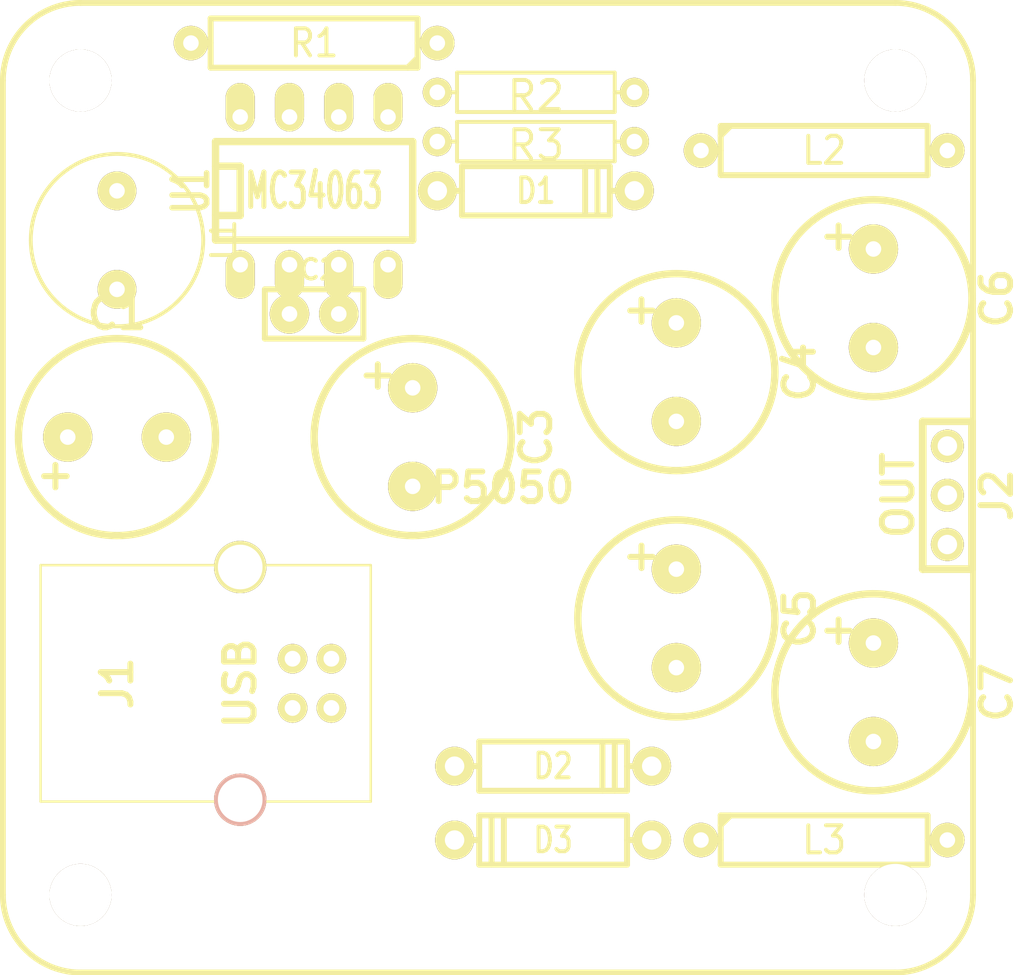
<source format=kicad_pcb>
(kicad_pcb (version 3) (host pcbnew "(2013-07-07 BZR 4022)-stable")

  (general
    (links 34)
    (no_connects 32)
    (area 49.046 49.594919 102.3884 100.405081)
    (thickness 1.6)
    (drawings 0)
    (tracks 2)
    (zones 0)
    (modules 20)
    (nets 12)
  )

  (page A3)
  (layers
    (15 F.Cu signal)
    (0 B.Cu signal)
    (16 B.Adhes user)
    (17 F.Adhes user)
    (18 B.Paste user)
    (19 F.Paste user)
    (20 B.SilkS user)
    (21 F.SilkS user)
    (22 B.Mask user)
    (23 F.Mask user)
    (24 Dwgs.User user)
    (25 Cmts.User user)
    (26 Eco1.User user)
    (27 Eco2.User user)
    (28 Edge.Cuts user)
  )

  (setup
    (last_trace_width 1)
    (user_trace_width 0.5)
    (user_trace_width 1)
    (user_trace_width 1.5)
    (user_trace_width 2)
    (trace_clearance 0.254)
    (zone_clearance 0.508)
    (zone_45_only no)
    (trace_min 0.254)
    (segment_width 0.2)
    (edge_width 0.1)
    (via_size 0.889)
    (via_drill 0.635)
    (via_min_size 0.889)
    (via_min_drill 0.508)
    (uvia_size 0.508)
    (uvia_drill 0.127)
    (uvias_allowed no)
    (uvia_min_size 0.508)
    (uvia_min_drill 0.127)
    (pcb_text_width 0.3)
    (pcb_text_size 1.5 1.5)
    (mod_edge_width 0.15)
    (mod_text_size 1 1)
    (mod_text_width 0.15)
    (pad_size 1.5 2.5)
    (pad_drill 0.8001)
    (pad_to_mask_clearance 0)
    (aux_axis_origin 0 0)
    (visible_elements FFFFFFBF)
    (pcbplotparams
      (layerselection 3178497)
      (usegerberextensions true)
      (excludeedgelayer true)
      (linewidth 0.150000)
      (plotframeref false)
      (viasonmask false)
      (mode 1)
      (useauxorigin false)
      (hpglpennumber 1)
      (hpglpenspeed 20)
      (hpglpendiameter 15)
      (hpglpenoverlay 2)
      (psnegative false)
      (psa4output false)
      (plotreference true)
      (plotvalue true)
      (plotothertext true)
      (plotinvisibletext false)
      (padsonsilk false)
      (subtractmaskfromsilk false)
      (outputformat 1)
      (mirror false)
      (drillshape 1)
      (scaleselection 1)
      (outputdirectory ""))
  )

  (net 0 "")
  (net 1 GND)
  (net 2 N-0000010)
  (net 3 N-0000011)
  (net 4 N-0000012)
  (net 5 N-0000013)
  (net 6 N-0000015)
  (net 7 N-000002)
  (net 8 N-000003)
  (net 9 N-000004)
  (net 10 N-000009)
  (net 11 VCC)

  (net_class Default "This is the default net class."
    (clearance 0.254)
    (trace_width 0.254)
    (via_dia 0.889)
    (via_drill 0.635)
    (uvia_dia 0.508)
    (uvia_drill 0.127)
    (add_net "")
    (add_net GND)
    (add_net N-0000010)
    (add_net N-0000011)
    (add_net N-0000012)
    (add_net N-0000013)
    (add_net N-0000015)
    (add_net N-000002)
    (add_net N-000003)
    (add_net N-000004)
    (add_net N-000009)
    (add_net VCC)
  )

  (module R5 (layer F.Cu) (tedit 525A9576) (tstamp 541CC068)
    (at 66.04 52.07 180)
    (descr "Resistance 5 pas")
    (tags R)
    (path /54189E12)
    (autoplace_cost180 10)
    (fp_text reference R1 (at 0 0 180) (layer F.SilkS)
      (effects (font (size 1.397 1.27) (thickness 0.2032)))
    )
    (fp_text value R47/1W (at 0 0 180) (layer F.SilkS) hide
      (effects (font (size 1.397 1.27) (thickness 0.2032)))
    )
    (fp_line (start -6.35 0) (end -5.334 0) (layer F.SilkS) (width 0.3048))
    (fp_line (start 6.35 0) (end 5.334 0) (layer F.SilkS) (width 0.3048))
    (fp_line (start 5.334 -1.27) (end 5.334 1.27) (layer F.SilkS) (width 0.3048))
    (fp_line (start 5.334 1.27) (end -5.334 1.27) (layer F.SilkS) (width 0.3048))
    (fp_line (start -5.334 1.27) (end -5.334 -1.27) (layer F.SilkS) (width 0.3048))
    (fp_line (start -5.334 -1.27) (end 5.334 -1.27) (layer F.SilkS) (width 0.3048))
    (fp_line (start -5.334 -0.762) (end -4.826 -1.27) (layer F.SilkS) (width 0.3048))
    (pad 1 thru_hole circle (at -6.35 0 180) (size 1.778 1.778) (drill 0.8)
      (layers *.Cu *.Mask F.SilkS)
      (net 11 VCC)
    )
    (pad 2 thru_hole circle (at 6.35 0 180) (size 1.778 1.778) (drill 0.8)
      (layers *.Cu *.Mask F.SilkS)
      (net 6 N-0000015)
    )
    (model discret/resistor.wrl
      (at (xyz 0 0 0))
      (scale (xyz 0.5 0.5 0.5))
      (rotate (xyz 0 0 0))
    )
  )

  (module R5 (layer F.Cu) (tedit 525A9576) (tstamp 541CC075)
    (at 92.33 57.61)
    (descr "Resistance 5 pas")
    (tags R)
    (path /54189F0D)
    (autoplace_cost180 10)
    (fp_text reference L2 (at 0 0) (layer F.SilkS)
      (effects (font (size 1.397 1.27) (thickness 0.2032)))
    )
    (fp_text value 1uH (at 0 0) (layer F.SilkS) hide
      (effects (font (size 1.397 1.27) (thickness 0.2032)))
    )
    (fp_line (start -6.35 0) (end -5.334 0) (layer F.SilkS) (width 0.3048))
    (fp_line (start 6.35 0) (end 5.334 0) (layer F.SilkS) (width 0.3048))
    (fp_line (start 5.334 -1.27) (end 5.334 1.27) (layer F.SilkS) (width 0.3048))
    (fp_line (start 5.334 1.27) (end -5.334 1.27) (layer F.SilkS) (width 0.3048))
    (fp_line (start -5.334 1.27) (end -5.334 -1.27) (layer F.SilkS) (width 0.3048))
    (fp_line (start -5.334 -1.27) (end 5.334 -1.27) (layer F.SilkS) (width 0.3048))
    (fp_line (start -5.334 -0.762) (end -4.826 -1.27) (layer F.SilkS) (width 0.3048))
    (pad 1 thru_hole circle (at -6.35 0) (size 1.778 1.778) (drill 0.8)
      (layers *.Cu *.Mask F.SilkS)
      (net 5 N-0000013)
    )
    (pad 2 thru_hole circle (at 6.35 0) (size 1.778 1.778) (drill 0.8)
      (layers *.Cu *.Mask F.SilkS)
      (net 3 N-0000011)
    )
    (model discret/resistor.wrl
      (at (xyz 0 0 0))
      (scale (xyz 0.5 0.5 0.5))
      (rotate (xyz 0 0 0))
    )
  )

  (module R5 (layer F.Cu) (tedit 525A9576) (tstamp 541CC082)
    (at 92.33 93.17)
    (descr "Resistance 5 pas")
    (tags R)
    (path /54189F1C)
    (autoplace_cost180 10)
    (fp_text reference L3 (at 0 0) (layer F.SilkS)
      (effects (font (size 1.397 1.27) (thickness 0.2032)))
    )
    (fp_text value 1uH (at 0 0) (layer F.SilkS) hide
      (effects (font (size 1.397 1.27) (thickness 0.2032)))
    )
    (fp_line (start -6.35 0) (end -5.334 0) (layer F.SilkS) (width 0.3048))
    (fp_line (start 6.35 0) (end 5.334 0) (layer F.SilkS) (width 0.3048))
    (fp_line (start 5.334 -1.27) (end 5.334 1.27) (layer F.SilkS) (width 0.3048))
    (fp_line (start 5.334 1.27) (end -5.334 1.27) (layer F.SilkS) (width 0.3048))
    (fp_line (start -5.334 1.27) (end -5.334 -1.27) (layer F.SilkS) (width 0.3048))
    (fp_line (start -5.334 -1.27) (end 5.334 -1.27) (layer F.SilkS) (width 0.3048))
    (fp_line (start -5.334 -0.762) (end -4.826 -1.27) (layer F.SilkS) (width 0.3048))
    (pad 1 thru_hole circle (at -6.35 0) (size 1.778 1.778) (drill 0.8)
      (layers *.Cu *.Mask F.SilkS)
      (net 4 N-0000012)
    )
    (pad 2 thru_hole circle (at 6.35 0) (size 1.778 1.778) (drill 0.8)
      (layers *.Cu *.Mask F.SilkS)
      (net 2 N-0000010)
    )
    (model discret/resistor.wrl
      (at (xyz 0 0 0))
      (scale (xyz 0.5 0.5 0.5))
      (rotate (xyz 0 0 0))
    )
  )

  (module R4 (layer F.Cu) (tedit 52119F90) (tstamp 541CC08F)
    (at 77.47 54.61)
    (descr "Resitance 4 pas")
    (tags R)
    (path /5418A038)
    (autoplace_cost180 10)
    (fp_text reference R2 (at 0 0.18) (layer F.SilkS)
      (effects (font (size 1.5 1.5) (thickness 0.2032)))
    )
    (fp_text value 1K5 (at 0 0) (layer F.SilkS) hide
      (effects (font (size 1.397 1.27) (thickness 0.2032)))
    )
    (fp_line (start -5.08 0) (end -4.064 0) (layer F.SilkS) (width 0.2))
    (fp_line (start -4.064 0) (end -4.064 -1.016) (layer F.SilkS) (width 0.2))
    (fp_line (start -4.064 -1.016) (end 4.064 -1.016) (layer F.SilkS) (width 0.2))
    (fp_line (start 4.064 -1.016) (end 4.064 1.016) (layer F.SilkS) (width 0.2))
    (fp_line (start 4.064 1.016) (end -4.064 1.016) (layer F.SilkS) (width 0.2))
    (fp_line (start -4.064 1.016) (end -4.064 0) (layer F.SilkS) (width 0.2))
    (fp_line (start 5.08 0) (end 4.064 0) (layer F.SilkS) (width 0.2))
    (pad 1 thru_hole circle (at -5.08 0) (size 1.5 1.5) (drill 0.8001)
      (layers *.Cu *.Mask F.SilkS)
      (net 7 N-000002)
    )
    (pad 2 thru_hole circle (at 5.08 0) (size 1.5 1.5) (drill 0.8001)
      (layers *.Cu *.Mask F.SilkS)
      (net 1 GND)
    )
    (model discret/resistor.wrl
      (at (xyz 0 0 0))
      (scale (xyz 0.4 0.4 0.4))
      (rotate (xyz 0 0 0))
    )
  )

  (module R4 (layer F.Cu) (tedit 52119F90) (tstamp 541CC09C)
    (at 77.47 57.15)
    (descr "Resitance 4 pas")
    (tags R)
    (path /5418A029)
    (autoplace_cost180 10)
    (fp_text reference R3 (at 0 0.18) (layer F.SilkS)
      (effects (font (size 1.5 1.5) (thickness 0.2032)))
    )
    (fp_text value 13K (at 0 0) (layer F.SilkS) hide
      (effects (font (size 1.397 1.27) (thickness 0.2032)))
    )
    (fp_line (start -5.08 0) (end -4.064 0) (layer F.SilkS) (width 0.2))
    (fp_line (start -4.064 0) (end -4.064 -1.016) (layer F.SilkS) (width 0.2))
    (fp_line (start -4.064 -1.016) (end 4.064 -1.016) (layer F.SilkS) (width 0.2))
    (fp_line (start 4.064 -1.016) (end 4.064 1.016) (layer F.SilkS) (width 0.2))
    (fp_line (start 4.064 1.016) (end -4.064 1.016) (layer F.SilkS) (width 0.2))
    (fp_line (start -4.064 1.016) (end -4.064 0) (layer F.SilkS) (width 0.2))
    (fp_line (start 5.08 0) (end 4.064 0) (layer F.SilkS) (width 0.2))
    (pad 1 thru_hole circle (at -5.08 0) (size 1.5 1.5) (drill 0.8001)
      (layers *.Cu *.Mask F.SilkS)
      (net 7 N-000002)
    )
    (pad 2 thru_hole circle (at 5.08 0) (size 1.5 1.5) (drill 0.8001)
      (layers *.Cu *.Mask F.SilkS)
      (net 5 N-0000013)
    )
    (model discret/resistor.wrl
      (at (xyz 0 0 0))
      (scale (xyz 0.4 0.4 0.4))
      (rotate (xyz 0 0 0))
    )
  )

  (module L2_D3.5 (layer F.Cu) (tedit 541A58B7) (tstamp 541CC0A3)
    (at 55.88 62.23 270)
    (path /54189E4B)
    (fp_text reference L1 (at 0 -5.5 270) (layer F.SilkS)
      (effects (font (size 1.2 1.2) (thickness 0.2)))
    )
    (fp_text value 100uH (at 0 5.5 270) (layer F.SilkS) hide
      (effects (font (size 1.2 1.2) (thickness 0.2)))
    )
    (fp_circle (center 0 0) (end 4.445 0) (layer F.SilkS) (width 0.2))
    (pad 1 thru_hole circle (at -2.54 0 270) (size 2 2) (drill 0.8001)
      (layers *.Cu *.Mask F.SilkS)
      (net 6 N-0000015)
    )
    (pad 2 thru_hole circle (at 2.54 0 270) (size 2 2) (drill 0.8001)
      (layers *.Cu *.Mask F.SilkS)
      (net 9 N-000004)
    )
  )

  (module HDR-3 (layer F.Cu) (tedit 51CBC22E) (tstamp 541CC0AE)
    (at 98.68 75.39 270)
    (path /541A55A9)
    (fp_text reference J2 (at 0 -2.54 270) (layer F.SilkS)
      (effects (font (size 1.524 1.524) (thickness 0.3048)))
    )
    (fp_text value OUT (at 0 2.54 270) (layer F.SilkS)
      (effects (font (size 1.524 1.524) (thickness 0.3048)))
    )
    (fp_line (start -3.81 1.27) (end 3.81 1.27) (layer F.SilkS) (width 0.39878))
    (fp_line (start -3.81 -1.27) (end 3.81 -1.27) (layer F.SilkS) (width 0.39878))
    (fp_line (start 3.81 -1.27) (end 3.81 1.27) (layer F.SilkS) (width 0.39878))
    (fp_line (start -3.81 -1.27) (end -3.81 1.27) (layer F.SilkS) (width 0.381))
    (pad 1 thru_hole circle (at -2.54 0 270) (size 1.69926 1.69926) (drill 1.00076)
      (layers *.Cu *.Mask F.SilkS)
      (net 3 N-0000011)
    )
    (pad 2 thru_hole circle (at 0 0 270) (size 1.69926 1.69926) (drill 1.00076)
      (layers *.Cu *.Mask F.SilkS)
      (net 1 GND)
    )
    (pad 3 thru_hole circle (at 2.54 0 270) (size 1.69926 1.69926) (drill 1.00076)
      (layers *.Cu *.Mask F.SilkS)
      (net 2 N-0000010)
    )
  )

  (module DIP-8 (layer F.Cu) (tedit 541A5A65) (tstamp 541CC0C1)
    (at 66.04 59.69)
    (descr "8 pins DIL package, elliptical pads")
    (tags DIL)
    (path /54189DB0)
    (fp_text reference U1 (at -6.35 0 90) (layer F.SilkS)
      (effects (font (size 1.778 1.143) (thickness 0.3048)))
    )
    (fp_text value MC34063 (at 0 0) (layer F.SilkS)
      (effects (font (size 1.778 1.016) (thickness 0.254)))
    )
    (fp_line (start -5.08 -1.27) (end -3.81 -1.27) (layer F.SilkS) (width 0.381))
    (fp_line (start -3.81 -1.27) (end -3.81 1.27) (layer F.SilkS) (width 0.381))
    (fp_line (start -3.81 1.27) (end -5.08 1.27) (layer F.SilkS) (width 0.381))
    (fp_line (start -5.08 -2.54) (end 5.08 -2.54) (layer F.SilkS) (width 0.381))
    (fp_line (start 5.08 -2.54) (end 5.08 2.54) (layer F.SilkS) (width 0.381))
    (fp_line (start 5.08 2.54) (end -5.08 2.54) (layer F.SilkS) (width 0.381))
    (fp_line (start -5.08 2.54) (end -5.08 -2.54) (layer F.SilkS) (width 0.381))
    (pad 1 thru_hole oval (at -3.81 3.81) (size 1.5 2.5) (drill 0.8001 (offset 0 0.5))
      (layers *.Cu *.Mask F.SilkS)
      (net 9 N-000004)
    )
    (pad 2 thru_hole oval (at -1.27 3.81) (size 1.5 2.5) (drill 0.8001 (offset 0 0.5))
      (layers *.Cu *.Mask F.SilkS)
      (net 1 GND)
    )
    (pad 3 thru_hole oval (at 1.27 3.81) (size 1.5 2.5) (drill 0.8001 (offset 0 0.5))
      (layers *.Cu *.Mask F.SilkS)
      (net 10 N-000009)
    )
    (pad 4 thru_hole oval (at 3.81 3.81) (size 1.5 2.5) (drill 0.8001 (offset 0 0.5))
      (layers *.Cu *.Mask F.SilkS)
      (net 1 GND)
    )
    (pad 5 thru_hole oval (at 3.81 -3.81) (size 1.5 2.5) (drill 0.8001 (offset 0 -0.5))
      (layers *.Cu *.Mask F.SilkS)
      (net 7 N-000002)
    )
    (pad 6 thru_hole oval (at 1.27 -3.81) (size 1.5 2.5) (drill 0.8001 (offset 0 -0.5))
      (layers *.Cu *.Mask F.SilkS)
      (net 11 VCC)
    )
    (pad 7 thru_hole oval (at -1.27 -3.81) (size 1.5 2.5) (drill 0.8001 (offset 0 -0.5))
      (layers *.Cu *.Mask F.SilkS)
      (net 6 N-0000015)
    )
    (pad 8 thru_hole oval (at -3.81 -3.81) (size 1.5 2.5) (drill 0.8001 (offset 0 -0.5))
      (layers *.Cu *.Mask F.SilkS)
      (net 6 N-0000015)
    )
    (model dil/dil_8.wrl
      (at (xyz 0 0 0))
      (scale (xyz 1 1 1))
      (rotate (xyz 0 0 0))
    )
  )

  (module C2P_D4 (layer F.Cu) (tedit 4AD8C32C) (tstamp 541CC0C9)
    (at 94.87 65.23 270)
    (path /54189F2B)
    (fp_text reference C6 (at 0 -6.35 270) (layer F.SilkS)
      (effects (font (size 1.524 1.524) (thickness 0.3048)))
    )
    (fp_text value 470uF/16V (at 0 6.35 270) (layer F.SilkS) hide
      (effects (font (size 1.524 1.524) (thickness 0.3048)))
    )
    (fp_text user + (at -3.175 1.905 270) (layer F.SilkS)
      (effects (font (size 1.524 1.524) (thickness 0.3048)))
    )
    (fp_circle (center 0 0) (end 5.08 0) (layer F.SilkS) (width 0.381))
    (pad 1 thru_hole circle (at -2.54 0 270) (size 2.54 2.54) (drill 0.8001)
      (layers *.Cu *.Mask F.SilkS)
      (net 3 N-0000011)
    )
    (pad 2 thru_hole circle (at 2.54 0 270) (size 2.54 2.54) (drill 0.8001)
      (layers *.Cu *.Mask F.SilkS)
      (net 1 GND)
    )
  )

  (module C2P_D4 (layer F.Cu) (tedit 4AD8C32C) (tstamp 541CC0D1)
    (at 94.87 85.55 270)
    (path /54189F3A)
    (fp_text reference C7 (at 0 -6.35 270) (layer F.SilkS)
      (effects (font (size 1.524 1.524) (thickness 0.3048)))
    )
    (fp_text value 470uF/16V (at 0 6.35 270) (layer F.SilkS) hide
      (effects (font (size 1.524 1.524) (thickness 0.3048)))
    )
    (fp_text user + (at -3.175 1.905 270) (layer F.SilkS)
      (effects (font (size 1.524 1.524) (thickness 0.3048)))
    )
    (fp_circle (center 0 0) (end 5.08 0) (layer F.SilkS) (width 0.381))
    (pad 1 thru_hole circle (at -2.54 0 270) (size 2.54 2.54) (drill 0.8001)
      (layers *.Cu *.Mask F.SilkS)
      (net 1 GND)
    )
    (pad 2 thru_hole circle (at 2.54 0 270) (size 2.54 2.54) (drill 0.8001)
      (layers *.Cu *.Mask F.SilkS)
      (net 2 N-0000010)
    )
  )

  (module C2P_D4 (layer F.Cu) (tedit 4AD8C32C) (tstamp 541CC0D9)
    (at 71.12 72.39 270)
    (path /54189FC4)
    (fp_text reference C3 (at 0 -6.35 270) (layer F.SilkS)
      (effects (font (size 1.524 1.524) (thickness 0.3048)))
    )
    (fp_text value 470uF/25V (at 0 6.35 270) (layer F.SilkS) hide
      (effects (font (size 1.524 1.524) (thickness 0.3048)))
    )
    (fp_text user + (at -3.175 1.905 270) (layer F.SilkS)
      (effects (font (size 1.524 1.524) (thickness 0.3048)))
    )
    (fp_circle (center 0 0) (end 5.08 0) (layer F.SilkS) (width 0.381))
    (pad 1 thru_hole circle (at -2.54 0 270) (size 2.54 2.54) (drill 0.8001)
      (layers *.Cu *.Mask F.SilkS)
      (net 9 N-000004)
    )
    (pad 2 thru_hole circle (at 2.54 0 270) (size 2.54 2.54) (drill 0.8001)
      (layers *.Cu *.Mask F.SilkS)
      (net 8 N-000003)
    )
  )

  (module C2P_D4 (layer F.Cu) (tedit 4AD8C32C) (tstamp 541CC0E1)
    (at 84.71 81.74 270)
    (path /54189EFE)
    (fp_text reference C5 (at 0 -6.35 270) (layer F.SilkS)
      (effects (font (size 1.524 1.524) (thickness 0.3048)))
    )
    (fp_text value 470uF/25V (at 0 6.35 270) (layer F.SilkS) hide
      (effects (font (size 1.524 1.524) (thickness 0.3048)))
    )
    (fp_text user + (at -3.175 1.905 270) (layer F.SilkS)
      (effects (font (size 1.524 1.524) (thickness 0.3048)))
    )
    (fp_circle (center 0 0) (end 5.08 0) (layer F.SilkS) (width 0.381))
    (pad 1 thru_hole circle (at -2.54 0 270) (size 2.54 2.54) (drill 0.8001)
      (layers *.Cu *.Mask F.SilkS)
      (net 1 GND)
    )
    (pad 2 thru_hole circle (at 2.54 0 270) (size 2.54 2.54) (drill 0.8001)
      (layers *.Cu *.Mask F.SilkS)
      (net 4 N-0000012)
    )
  )

  (module C2P_D4 (layer F.Cu) (tedit 4AD8C32C) (tstamp 541CC0E9)
    (at 84.71 69.04 270)
    (path /54189EEF)
    (fp_text reference C4 (at 0 -6.35 270) (layer F.SilkS)
      (effects (font (size 1.524 1.524) (thickness 0.3048)))
    )
    (fp_text value 470uF/25V (at 0 6.35 270) (layer F.SilkS) hide
      (effects (font (size 1.524 1.524) (thickness 0.3048)))
    )
    (fp_text user + (at -3.175 1.905 270) (layer F.SilkS)
      (effects (font (size 1.524 1.524) (thickness 0.3048)))
    )
    (fp_circle (center 0 0) (end 5.08 0) (layer F.SilkS) (width 0.381))
    (pad 1 thru_hole circle (at -2.54 0 270) (size 2.54 2.54) (drill 0.8001)
      (layers *.Cu *.Mask F.SilkS)
      (net 5 N-0000013)
    )
    (pad 2 thru_hole circle (at 2.54 0 270) (size 2.54 2.54) (drill 0.8001)
      (layers *.Cu *.Mask F.SilkS)
      (net 1 GND)
    )
  )

  (module C2P_D4 (layer F.Cu) (tedit 4AD8C32C) (tstamp 541CC0F1)
    (at 55.88 72.39)
    (path /54189DE8)
    (fp_text reference C1 (at 0 -6.35) (layer F.SilkS)
      (effects (font (size 1.524 1.524) (thickness 0.3048)))
    )
    (fp_text value 470uF/10V (at 0 6.35) (layer F.SilkS) hide
      (effects (font (size 1.524 1.524) (thickness 0.3048)))
    )
    (fp_text user + (at -3.175 1.905) (layer F.SilkS)
      (effects (font (size 1.524 1.524) (thickness 0.3048)))
    )
    (fp_circle (center 0 0) (end 5.08 0) (layer F.SilkS) (width 0.381))
    (pad 1 thru_hole circle (at -2.54 0) (size 2.54 2.54) (drill 0.8001)
      (layers *.Cu *.Mask F.SilkS)
      (net 11 VCC)
    )
    (pad 2 thru_hole circle (at 2.54 0) (size 2.54 2.54) (drill 0.8001)
      (layers *.Cu *.Mask F.SilkS)
      (net 1 GND)
    )
  )

  (module C1 (layer F.Cu) (tedit 4AD8BF9D) (tstamp 541CC0FB)
    (at 66.04 66.04)
    (descr "Condensateur e = 1 pas")
    (tags C)
    (path /54189E73)
    (fp_text reference C2 (at 0.254 -2.286) (layer F.SilkS)
      (effects (font (size 1.016 1.016) (thickness 0.2032)))
    )
    (fp_text value 330pF (at 0 -2.286) (layer F.SilkS) hide
      (effects (font (size 1.016 1.016) (thickness 0.2032)))
    )
    (fp_line (start -2.4892 -1.27) (end 2.54 -1.27) (layer F.SilkS) (width 0.3048))
    (fp_line (start 2.54 -1.27) (end 2.54 1.27) (layer F.SilkS) (width 0.3048))
    (fp_line (start 2.54 1.27) (end -2.54 1.27) (layer F.SilkS) (width 0.3048))
    (fp_line (start -2.54 1.27) (end -2.54 -1.27) (layer F.SilkS) (width 0.3048))
    (pad 1 thru_hole circle (at -1.27 0) (size 2.032 2.032) (drill 0.8001)
      (layers *.Cu *.Mask F.SilkS)
      (net 1 GND)
    )
    (pad 2 thru_hole circle (at 1.27 0) (size 2.032 2.032) (drill 0.8001)
      (layers *.Cu *.Mask F.SilkS)
      (net 10 N-000009)
    )
    (model discret/capa_1_pas.wrl
      (at (xyz 0 0 0))
      (scale (xyz 1 1 1))
      (rotate (xyz 0 0 0))
    )
  )

  (module USB_B (layer F.Cu) (tedit 48A935FA) (tstamp 541DEEB5)
    (at 62.23 85.09 270)
    (tags USB)
    (path /541A543A)
    (fp_text reference J1 (at 0 6.35 270) (layer F.SilkS)
      (effects (font (size 1.524 1.524) (thickness 0.3048)))
    )
    (fp_text value USB (at 0 0 270) (layer F.SilkS)
      (effects (font (size 1.524 1.524) (thickness 0.3048)))
    )
    (fp_line (start -6.096 10.287) (end 6.096 10.287) (layer F.SilkS) (width 0.127))
    (fp_line (start 6.096 10.287) (end 6.096 -6.731) (layer F.SilkS) (width 0.127))
    (fp_line (start 6.096 -6.731) (end -6.096 -6.731) (layer F.SilkS) (width 0.127))
    (fp_line (start -6.096 -6.731) (end -6.096 10.287) (layer F.SilkS) (width 0.127))
    (pad 1 thru_hole circle (at 1.27 -4.699 270) (size 1.524 1.524) (drill 0.8128)
      (layers *.Cu *.Mask F.SilkS)
      (net 11 VCC)
    )
    (pad 2 thru_hole circle (at -1.27 -4.699 270) (size 1.524 1.524) (drill 0.8128)
      (layers *.Cu *.Mask F.SilkS)
    )
    (pad 3 thru_hole circle (at -1.27 -2.70002 270) (size 1.524 1.524) (drill 0.8128)
      (layers *.Cu *.Mask F.SilkS)
    )
    (pad 4 thru_hole circle (at 1.27 -2.70002 270) (size 1.524 1.524) (drill 0.8128)
      (layers *.Cu *.Mask F.SilkS)
      (net 1 GND)
    )
    (pad 5 np_thru_hole circle (at 5.99948 0 270) (size 2.70002 2.70002) (drill 2.30124)
      (layers *.Cu *.SilkS *.Mask)
    )
    (pad 6 thru_hole circle (at -5.99948 0 270) (size 2.70002 2.70002) (drill 2.30124)
      (layers *.Cu *.Mask F.SilkS)
    )
    (model connectors/USB_type_B.wrl
      (at (xyz 0 0 0.001))
      (scale (xyz 0.3937 0.3937 0.3937))
      (rotate (xyz 0 0 0))
    )
  )

  (module D4 (layer F.Cu) (tedit 525A9480) (tstamp 541DEEC3)
    (at 77.47 59.69)
    (descr "Diode 4 pas")
    (tags "DIODE DEV")
    (path /54189F5F)
    (fp_text reference D1 (at 0 0) (layer F.SilkS)
      (effects (font (size 1.27 1.016) (thickness 0.2032)))
    )
    (fp_text value 1N5819 (at 0 0) (layer F.SilkS) hide
      (effects (font (size 1.27 1.016) (thickness 0.2032)))
    )
    (fp_line (start -3.81 -1.27) (end 3.81 -1.27) (layer F.SilkS) (width 0.3048))
    (fp_line (start 3.81 -1.27) (end 3.81 1.27) (layer F.SilkS) (width 0.3048))
    (fp_line (start 3.81 1.27) (end -3.81 1.27) (layer F.SilkS) (width 0.3048))
    (fp_line (start -3.81 1.27) (end -3.81 -1.27) (layer F.SilkS) (width 0.3048))
    (fp_line (start 3.175 -1.27) (end 3.175 1.27) (layer F.SilkS) (width 0.3048))
    (fp_line (start 2.54 1.27) (end 2.54 -1.27) (layer F.SilkS) (width 0.3048))
    (fp_line (start -3.81 0) (end -5.08 0) (layer F.SilkS) (width 0.3048))
    (fp_line (start 3.81 0) (end 5.08 0) (layer F.SilkS) (width 0.3048))
    (pad 1 thru_hole circle (at -5.08 0) (size 2 2) (drill 1)
      (layers *.Cu *.Mask F.SilkS)
      (net 9 N-000004)
    )
    (pad 2 thru_hole circle (at 5.08 0) (size 2 2) (drill 1)
      (layers *.Cu *.Mask F.SilkS)
      (net 5 N-0000013)
    )
    (model discret/diode.wrl
      (at (xyz 0 0 0))
      (scale (xyz 0.4 0.4 0.4))
      (rotate (xyz 0 0 0))
    )
  )

  (module D4 (layer F.Cu) (tedit 525A9480) (tstamp 541DEED1)
    (at 78.36 93.17 180)
    (descr "Diode 4 pas")
    (tags "DIODE DEV")
    (path /54189F6E)
    (fp_text reference D3 (at 0 0 180) (layer F.SilkS)
      (effects (font (size 1.27 1.016) (thickness 0.2032)))
    )
    (fp_text value 1N5819 (at 0 0 180) (layer F.SilkS) hide
      (effects (font (size 1.27 1.016) (thickness 0.2032)))
    )
    (fp_line (start -3.81 -1.27) (end 3.81 -1.27) (layer F.SilkS) (width 0.3048))
    (fp_line (start 3.81 -1.27) (end 3.81 1.27) (layer F.SilkS) (width 0.3048))
    (fp_line (start 3.81 1.27) (end -3.81 1.27) (layer F.SilkS) (width 0.3048))
    (fp_line (start -3.81 1.27) (end -3.81 -1.27) (layer F.SilkS) (width 0.3048))
    (fp_line (start 3.175 -1.27) (end 3.175 1.27) (layer F.SilkS) (width 0.3048))
    (fp_line (start 2.54 1.27) (end 2.54 -1.27) (layer F.SilkS) (width 0.3048))
    (fp_line (start -3.81 0) (end -5.08 0) (layer F.SilkS) (width 0.3048))
    (fp_line (start 3.81 0) (end 5.08 0) (layer F.SilkS) (width 0.3048))
    (pad 1 thru_hole circle (at -5.08 0 180) (size 2 2) (drill 1)
      (layers *.Cu *.Mask F.SilkS)
      (net 4 N-0000012)
    )
    (pad 2 thru_hole circle (at 5.08 0 180) (size 2 2) (drill 1)
      (layers *.Cu *.Mask F.SilkS)
      (net 8 N-000003)
    )
    (model discret/diode.wrl
      (at (xyz 0 0 0))
      (scale (xyz 0.4 0.4 0.4))
      (rotate (xyz 0 0 0))
    )
  )

  (module D4 (layer F.Cu) (tedit 525A9480) (tstamp 541DEEDF)
    (at 78.36 89.36)
    (descr "Diode 4 pas")
    (tags "DIODE DEV")
    (path /54189FF7)
    (fp_text reference D2 (at 0 0) (layer F.SilkS)
      (effects (font (size 1.27 1.016) (thickness 0.2032)))
    )
    (fp_text value 1N5819 (at 0 0) (layer F.SilkS) hide
      (effects (font (size 1.27 1.016) (thickness 0.2032)))
    )
    (fp_line (start -3.81 -1.27) (end 3.81 -1.27) (layer F.SilkS) (width 0.3048))
    (fp_line (start 3.81 -1.27) (end 3.81 1.27) (layer F.SilkS) (width 0.3048))
    (fp_line (start 3.81 1.27) (end -3.81 1.27) (layer F.SilkS) (width 0.3048))
    (fp_line (start -3.81 1.27) (end -3.81 -1.27) (layer F.SilkS) (width 0.3048))
    (fp_line (start 3.175 -1.27) (end 3.175 1.27) (layer F.SilkS) (width 0.3048))
    (fp_line (start 2.54 1.27) (end 2.54 -1.27) (layer F.SilkS) (width 0.3048))
    (fp_line (start -3.81 0) (end -5.08 0) (layer F.SilkS) (width 0.3048))
    (fp_line (start 3.81 0) (end 5.08 0) (layer F.SilkS) (width 0.3048))
    (pad 1 thru_hole circle (at -5.08 0) (size 2 2) (drill 1)
      (layers *.Cu *.Mask F.SilkS)
      (net 8 N-000003)
    )
    (pad 2 thru_hole circle (at 5.08 0) (size 2 2) (drill 1)
      (layers *.Cu *.Mask F.SilkS)
      (net 1 GND)
    )
    (model discret/diode.wrl
      (at (xyz 0 0 0))
      (scale (xyz 0.4 0.4 0.4))
      (rotate (xyz 0 0 0))
    )
  )

  (module DP5050 (layer F.Cu) (tedit 5192A5EE) (tstamp 541FE7E7)
    (at 75 75)
    (fp_text reference DP5050 (at 0 0) (layer F.SilkS)
      (effects (font (size 1.524 1.524) (thickness 0.3048)))
    )
    (fp_text value " " (at 0 0) (layer F.SilkS) hide
      (effects (font (size 1.524 1.524) (thickness 0.3048)))
    )
    (fp_line (start -25.00122 21.00072) (end -25.00122 -21.00072) (layer F.SilkS) (width 0.29972))
    (fp_line (start 25.00122 -21.00072) (end 25.00122 21.00072) (layer F.SilkS) (width 0.29972))
    (fp_line (start 21.00072 -24.99868) (end -21.00072 -24.99868) (layer F.SilkS) (width 0.29972))
    (fp_line (start 21.00072 24.99868) (end -21.00072 24.99868) (layer F.SilkS) (width 0.29972))
    (fp_arc (start -21.00072 21.00072) (end -21.00072 25.00122) (angle 90) (layer F.SilkS) (width 0.29972))
    (fp_arc (start 21.00072 21.00072) (end 25.00122 21.00072) (angle 90) (layer F.SilkS) (width 0.29972))
    (fp_arc (start 21.00072 -21.00072) (end 21.00072 -25.00122) (angle 90) (layer F.SilkS) (width 0.29972))
    (fp_arc (start -21.00072 -21.00072) (end -25.00122 -21.00072) (angle 90) (layer F.SilkS) (width 0.29972))
    (pad "" thru_hole circle (at 21.00072 -21.00072) (size 3.2004 3.2004) (drill 3.2004)
      (layers *.Cu *.Mask F.SilkS)
      (clearance 1.39954)
    )
    (pad "" thru_hole circle (at 21.00072 21.00072) (size 3.2004 3.2004) (drill 3.2004)
      (layers *.Cu *.Mask F.SilkS)
      (clearance 1.39954)
    )
    (pad "" thru_hole circle (at -21.00072 21.00072) (size 3.2004 3.2004) (drill 3.2004)
      (layers *.Cu *.Mask F.SilkS)
      (clearance 1.39954)
    )
    (pad "" thru_hole circle (at -21.00072 -21.00072) (size 3.2004 3.2004) (drill 3.2004)
      (layers *.Cu *.Mask F.SilkS)
      (clearance 1.39954)
    )
  )

  (segment (start 64.77 63.5) (end 64.77 66.04) (width 0.254) (layer B.Cu) (net 1))
  (segment (start 67.31 63.5) (end 67.31 66.04) (width 0.254) (layer B.Cu) (net 10))

)

</source>
